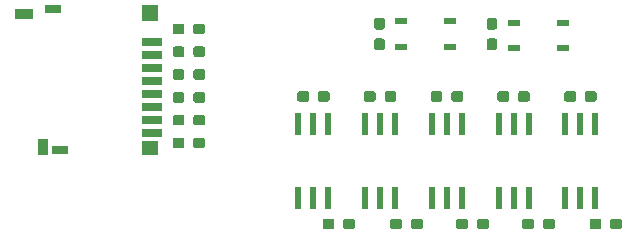
<source format=gtp>
G04 #@! TF.GenerationSoftware,KiCad,Pcbnew,5.1.4*
G04 #@! TF.CreationDate,2019-09-05T15:16:48-04:00*
G04 #@! TF.ProjectId,ec-rpi-vid-prop,65632d72-7069-42d7-9669-642d70726f70,AA*
G04 #@! TF.SameCoordinates,Original*
G04 #@! TF.FileFunction,Paste,Top*
G04 #@! TF.FilePolarity,Positive*
%FSLAX46Y46*%
G04 Gerber Fmt 4.6, Leading zero omitted, Abs format (unit mm)*
G04 Created by KiCad (PCBNEW 5.1.4) date 2019-09-05 15:16:48*
%MOMM*%
%LPD*%
G04 APERTURE LIST*
%ADD10C,0.025400*%
%ADD11C,0.899200*%
%ADD12R,0.999200X0.599200*%
%ADD13R,1.499200X0.949200*%
%ADD14R,1.449200X1.449200*%
%ADD15R,1.699200X0.649200*%
%ADD16R,1.349200X0.749200*%
%ADD17R,0.949200X1.399200*%
%ADD18R,1.449200X0.749200*%
%ADD19R,1.449200X1.249200*%
%ADD20R,0.589200X1.949200*%
G04 APERTURE END LIST*
D10*
G36*
X134308814Y-119468002D02*
G01*
X134330636Y-119471239D01*
X134352036Y-119476600D01*
X134372807Y-119484032D01*
X134392750Y-119493464D01*
X134411672Y-119504806D01*
X134429392Y-119517947D01*
X134445738Y-119532762D01*
X134460553Y-119549108D01*
X134473694Y-119566828D01*
X134485036Y-119585750D01*
X134494468Y-119605693D01*
X134501900Y-119626464D01*
X134507261Y-119647864D01*
X134510498Y-119669686D01*
X134511580Y-119691720D01*
X134511580Y-120141320D01*
X134510498Y-120163354D01*
X134507261Y-120185176D01*
X134501900Y-120206576D01*
X134494468Y-120227347D01*
X134485036Y-120247290D01*
X134473694Y-120266212D01*
X134460553Y-120283932D01*
X134445738Y-120300278D01*
X134429392Y-120315093D01*
X134411672Y-120328234D01*
X134392750Y-120339576D01*
X134372807Y-120349008D01*
X134352036Y-120356440D01*
X134330636Y-120361801D01*
X134308814Y-120365038D01*
X134286780Y-120366120D01*
X133737180Y-120366120D01*
X133715146Y-120365038D01*
X133693324Y-120361801D01*
X133671924Y-120356440D01*
X133651153Y-120349008D01*
X133631210Y-120339576D01*
X133612288Y-120328234D01*
X133594568Y-120315093D01*
X133578222Y-120300278D01*
X133563407Y-120283932D01*
X133550266Y-120266212D01*
X133538924Y-120247290D01*
X133529492Y-120227347D01*
X133522060Y-120206576D01*
X133516699Y-120185176D01*
X133513462Y-120163354D01*
X133512380Y-120141320D01*
X133512380Y-119691720D01*
X133513462Y-119669686D01*
X133516699Y-119647864D01*
X133522060Y-119626464D01*
X133529492Y-119605693D01*
X133538924Y-119585750D01*
X133550266Y-119566828D01*
X133563407Y-119549108D01*
X133578222Y-119532762D01*
X133594568Y-119517947D01*
X133612288Y-119504806D01*
X133631210Y-119493464D01*
X133651153Y-119484032D01*
X133671924Y-119476600D01*
X133693324Y-119471239D01*
X133715146Y-119468002D01*
X133737180Y-119466920D01*
X134286780Y-119466920D01*
X134308814Y-119468002D01*
X134308814Y-119468002D01*
G37*
D11*
X134011980Y-119916520D03*
D10*
G36*
X132558814Y-119468002D02*
G01*
X132580636Y-119471239D01*
X132602036Y-119476600D01*
X132622807Y-119484032D01*
X132642750Y-119493464D01*
X132661672Y-119504806D01*
X132679392Y-119517947D01*
X132695738Y-119532762D01*
X132710553Y-119549108D01*
X132723694Y-119566828D01*
X132735036Y-119585750D01*
X132744468Y-119605693D01*
X132751900Y-119626464D01*
X132757261Y-119647864D01*
X132760498Y-119669686D01*
X132761580Y-119691720D01*
X132761580Y-120141320D01*
X132760498Y-120163354D01*
X132757261Y-120185176D01*
X132751900Y-120206576D01*
X132744468Y-120227347D01*
X132735036Y-120247290D01*
X132723694Y-120266212D01*
X132710553Y-120283932D01*
X132695738Y-120300278D01*
X132679392Y-120315093D01*
X132661672Y-120328234D01*
X132642750Y-120339576D01*
X132622807Y-120349008D01*
X132602036Y-120356440D01*
X132580636Y-120361801D01*
X132558814Y-120365038D01*
X132536780Y-120366120D01*
X131987180Y-120366120D01*
X131965146Y-120365038D01*
X131943324Y-120361801D01*
X131921924Y-120356440D01*
X131901153Y-120349008D01*
X131881210Y-120339576D01*
X131862288Y-120328234D01*
X131844568Y-120315093D01*
X131828222Y-120300278D01*
X131813407Y-120283932D01*
X131800266Y-120266212D01*
X131788924Y-120247290D01*
X131779492Y-120227347D01*
X131772060Y-120206576D01*
X131766699Y-120185176D01*
X131763462Y-120163354D01*
X131762380Y-120141320D01*
X131762380Y-119691720D01*
X131763462Y-119669686D01*
X131766699Y-119647864D01*
X131772060Y-119626464D01*
X131779492Y-119605693D01*
X131788924Y-119585750D01*
X131800266Y-119566828D01*
X131813407Y-119549108D01*
X131828222Y-119532762D01*
X131844568Y-119517947D01*
X131862288Y-119504806D01*
X131881210Y-119493464D01*
X131901153Y-119484032D01*
X131921924Y-119476600D01*
X131943324Y-119471239D01*
X131965146Y-119468002D01*
X131987180Y-119466920D01*
X132536780Y-119466920D01*
X132558814Y-119468002D01*
X132558814Y-119468002D01*
G37*
D11*
X132261980Y-119916520D03*
D10*
G36*
X145484814Y-119468002D02*
G01*
X145506636Y-119471239D01*
X145528036Y-119476600D01*
X145548807Y-119484032D01*
X145568750Y-119493464D01*
X145587672Y-119504806D01*
X145605392Y-119517947D01*
X145621738Y-119532762D01*
X145636553Y-119549108D01*
X145649694Y-119566828D01*
X145661036Y-119585750D01*
X145670468Y-119605693D01*
X145677900Y-119626464D01*
X145683261Y-119647864D01*
X145686498Y-119669686D01*
X145687580Y-119691720D01*
X145687580Y-120141320D01*
X145686498Y-120163354D01*
X145683261Y-120185176D01*
X145677900Y-120206576D01*
X145670468Y-120227347D01*
X145661036Y-120247290D01*
X145649694Y-120266212D01*
X145636553Y-120283932D01*
X145621738Y-120300278D01*
X145605392Y-120315093D01*
X145587672Y-120328234D01*
X145568750Y-120339576D01*
X145548807Y-120349008D01*
X145528036Y-120356440D01*
X145506636Y-120361801D01*
X145484814Y-120365038D01*
X145462780Y-120366120D01*
X144913180Y-120366120D01*
X144891146Y-120365038D01*
X144869324Y-120361801D01*
X144847924Y-120356440D01*
X144827153Y-120349008D01*
X144807210Y-120339576D01*
X144788288Y-120328234D01*
X144770568Y-120315093D01*
X144754222Y-120300278D01*
X144739407Y-120283932D01*
X144726266Y-120266212D01*
X144714924Y-120247290D01*
X144705492Y-120227347D01*
X144698060Y-120206576D01*
X144692699Y-120185176D01*
X144689462Y-120163354D01*
X144688380Y-120141320D01*
X144688380Y-119691720D01*
X144689462Y-119669686D01*
X144692699Y-119647864D01*
X144698060Y-119626464D01*
X144705492Y-119605693D01*
X144714924Y-119585750D01*
X144726266Y-119566828D01*
X144739407Y-119549108D01*
X144754222Y-119532762D01*
X144770568Y-119517947D01*
X144788288Y-119504806D01*
X144807210Y-119493464D01*
X144827153Y-119484032D01*
X144847924Y-119476600D01*
X144869324Y-119471239D01*
X144891146Y-119468002D01*
X144913180Y-119466920D01*
X145462780Y-119466920D01*
X145484814Y-119468002D01*
X145484814Y-119468002D01*
G37*
D11*
X145187980Y-119916520D03*
D10*
G36*
X143734814Y-119468002D02*
G01*
X143756636Y-119471239D01*
X143778036Y-119476600D01*
X143798807Y-119484032D01*
X143818750Y-119493464D01*
X143837672Y-119504806D01*
X143855392Y-119517947D01*
X143871738Y-119532762D01*
X143886553Y-119549108D01*
X143899694Y-119566828D01*
X143911036Y-119585750D01*
X143920468Y-119605693D01*
X143927900Y-119626464D01*
X143933261Y-119647864D01*
X143936498Y-119669686D01*
X143937580Y-119691720D01*
X143937580Y-120141320D01*
X143936498Y-120163354D01*
X143933261Y-120185176D01*
X143927900Y-120206576D01*
X143920468Y-120227347D01*
X143911036Y-120247290D01*
X143899694Y-120266212D01*
X143886553Y-120283932D01*
X143871738Y-120300278D01*
X143855392Y-120315093D01*
X143837672Y-120328234D01*
X143818750Y-120339576D01*
X143798807Y-120349008D01*
X143778036Y-120356440D01*
X143756636Y-120361801D01*
X143734814Y-120365038D01*
X143712780Y-120366120D01*
X143163180Y-120366120D01*
X143141146Y-120365038D01*
X143119324Y-120361801D01*
X143097924Y-120356440D01*
X143077153Y-120349008D01*
X143057210Y-120339576D01*
X143038288Y-120328234D01*
X143020568Y-120315093D01*
X143004222Y-120300278D01*
X142989407Y-120283932D01*
X142976266Y-120266212D01*
X142964924Y-120247290D01*
X142955492Y-120227347D01*
X142948060Y-120206576D01*
X142942699Y-120185176D01*
X142939462Y-120163354D01*
X142938380Y-120141320D01*
X142938380Y-119691720D01*
X142939462Y-119669686D01*
X142942699Y-119647864D01*
X142948060Y-119626464D01*
X142955492Y-119605693D01*
X142964924Y-119585750D01*
X142976266Y-119566828D01*
X142989407Y-119549108D01*
X143004222Y-119532762D01*
X143020568Y-119517947D01*
X143038288Y-119504806D01*
X143057210Y-119493464D01*
X143077153Y-119484032D01*
X143097924Y-119476600D01*
X143119324Y-119471239D01*
X143141146Y-119468002D01*
X143163180Y-119466920D01*
X143712780Y-119466920D01*
X143734814Y-119468002D01*
X143734814Y-119468002D01*
G37*
D11*
X143437980Y-119916520D03*
D10*
G36*
X114143814Y-108749202D02*
G01*
X114165636Y-108752439D01*
X114187036Y-108757800D01*
X114207807Y-108765232D01*
X114227750Y-108774664D01*
X114246672Y-108786006D01*
X114264392Y-108799147D01*
X114280738Y-108813962D01*
X114295553Y-108830308D01*
X114308694Y-108848028D01*
X114320036Y-108866950D01*
X114329468Y-108886893D01*
X114336900Y-108907664D01*
X114342261Y-108929064D01*
X114345498Y-108950886D01*
X114346580Y-108972920D01*
X114346580Y-109422520D01*
X114345498Y-109444554D01*
X114342261Y-109466376D01*
X114336900Y-109487776D01*
X114329468Y-109508547D01*
X114320036Y-109528490D01*
X114308694Y-109547412D01*
X114295553Y-109565132D01*
X114280738Y-109581478D01*
X114264392Y-109596293D01*
X114246672Y-109609434D01*
X114227750Y-109620776D01*
X114207807Y-109630208D01*
X114187036Y-109637640D01*
X114165636Y-109643001D01*
X114143814Y-109646238D01*
X114121780Y-109647320D01*
X113572180Y-109647320D01*
X113550146Y-109646238D01*
X113528324Y-109643001D01*
X113506924Y-109637640D01*
X113486153Y-109630208D01*
X113466210Y-109620776D01*
X113447288Y-109609434D01*
X113429568Y-109596293D01*
X113413222Y-109581478D01*
X113398407Y-109565132D01*
X113385266Y-109547412D01*
X113373924Y-109528490D01*
X113364492Y-109508547D01*
X113357060Y-109487776D01*
X113351699Y-109466376D01*
X113348462Y-109444554D01*
X113347380Y-109422520D01*
X113347380Y-108972920D01*
X113348462Y-108950886D01*
X113351699Y-108929064D01*
X113357060Y-108907664D01*
X113364492Y-108886893D01*
X113373924Y-108866950D01*
X113385266Y-108848028D01*
X113398407Y-108830308D01*
X113413222Y-108813962D01*
X113429568Y-108799147D01*
X113447288Y-108786006D01*
X113466210Y-108774664D01*
X113486153Y-108765232D01*
X113506924Y-108757800D01*
X113528324Y-108752439D01*
X113550146Y-108749202D01*
X113572180Y-108748120D01*
X114121780Y-108748120D01*
X114143814Y-108749202D01*
X114143814Y-108749202D01*
G37*
D11*
X113846980Y-109197720D03*
D10*
G36*
X115893814Y-108749202D02*
G01*
X115915636Y-108752439D01*
X115937036Y-108757800D01*
X115957807Y-108765232D01*
X115977750Y-108774664D01*
X115996672Y-108786006D01*
X116014392Y-108799147D01*
X116030738Y-108813962D01*
X116045553Y-108830308D01*
X116058694Y-108848028D01*
X116070036Y-108866950D01*
X116079468Y-108886893D01*
X116086900Y-108907664D01*
X116092261Y-108929064D01*
X116095498Y-108950886D01*
X116096580Y-108972920D01*
X116096580Y-109422520D01*
X116095498Y-109444554D01*
X116092261Y-109466376D01*
X116086900Y-109487776D01*
X116079468Y-109508547D01*
X116070036Y-109528490D01*
X116058694Y-109547412D01*
X116045553Y-109565132D01*
X116030738Y-109581478D01*
X116014392Y-109596293D01*
X115996672Y-109609434D01*
X115977750Y-109620776D01*
X115957807Y-109630208D01*
X115937036Y-109637640D01*
X115915636Y-109643001D01*
X115893814Y-109646238D01*
X115871780Y-109647320D01*
X115322180Y-109647320D01*
X115300146Y-109646238D01*
X115278324Y-109643001D01*
X115256924Y-109637640D01*
X115236153Y-109630208D01*
X115216210Y-109620776D01*
X115197288Y-109609434D01*
X115179568Y-109596293D01*
X115163222Y-109581478D01*
X115148407Y-109565132D01*
X115135266Y-109547412D01*
X115123924Y-109528490D01*
X115114492Y-109508547D01*
X115107060Y-109487776D01*
X115101699Y-109466376D01*
X115098462Y-109444554D01*
X115097380Y-109422520D01*
X115097380Y-108972920D01*
X115098462Y-108950886D01*
X115101699Y-108929064D01*
X115107060Y-108907664D01*
X115114492Y-108886893D01*
X115123924Y-108866950D01*
X115135266Y-108848028D01*
X115148407Y-108830308D01*
X115163222Y-108813962D01*
X115179568Y-108799147D01*
X115197288Y-108786006D01*
X115216210Y-108774664D01*
X115236153Y-108765232D01*
X115256924Y-108757800D01*
X115278324Y-108752439D01*
X115300146Y-108749202D01*
X115322180Y-108748120D01*
X115871780Y-108748120D01*
X115893814Y-108749202D01*
X115893814Y-108749202D01*
G37*
D11*
X115596980Y-109197720D03*
D12*
X136862980Y-104913320D03*
X132712980Y-104913320D03*
X136862980Y-102763320D03*
X132712980Y-102763320D03*
X146387980Y-105040320D03*
X142237980Y-105040320D03*
X146387980Y-102890320D03*
X142237980Y-102890320D03*
D10*
G36*
X114143814Y-112610002D02*
G01*
X114165636Y-112613239D01*
X114187036Y-112618600D01*
X114207807Y-112626032D01*
X114227750Y-112635464D01*
X114246672Y-112646806D01*
X114264392Y-112659947D01*
X114280738Y-112674762D01*
X114295553Y-112691108D01*
X114308694Y-112708828D01*
X114320036Y-112727750D01*
X114329468Y-112747693D01*
X114336900Y-112768464D01*
X114342261Y-112789864D01*
X114345498Y-112811686D01*
X114346580Y-112833720D01*
X114346580Y-113283320D01*
X114345498Y-113305354D01*
X114342261Y-113327176D01*
X114336900Y-113348576D01*
X114329468Y-113369347D01*
X114320036Y-113389290D01*
X114308694Y-113408212D01*
X114295553Y-113425932D01*
X114280738Y-113442278D01*
X114264392Y-113457093D01*
X114246672Y-113470234D01*
X114227750Y-113481576D01*
X114207807Y-113491008D01*
X114187036Y-113498440D01*
X114165636Y-113503801D01*
X114143814Y-113507038D01*
X114121780Y-113508120D01*
X113572180Y-113508120D01*
X113550146Y-113507038D01*
X113528324Y-113503801D01*
X113506924Y-113498440D01*
X113486153Y-113491008D01*
X113466210Y-113481576D01*
X113447288Y-113470234D01*
X113429568Y-113457093D01*
X113413222Y-113442278D01*
X113398407Y-113425932D01*
X113385266Y-113408212D01*
X113373924Y-113389290D01*
X113364492Y-113369347D01*
X113357060Y-113348576D01*
X113351699Y-113327176D01*
X113348462Y-113305354D01*
X113347380Y-113283320D01*
X113347380Y-112833720D01*
X113348462Y-112811686D01*
X113351699Y-112789864D01*
X113357060Y-112768464D01*
X113364492Y-112747693D01*
X113373924Y-112727750D01*
X113385266Y-112708828D01*
X113398407Y-112691108D01*
X113413222Y-112674762D01*
X113429568Y-112659947D01*
X113447288Y-112646806D01*
X113466210Y-112635464D01*
X113486153Y-112626032D01*
X113506924Y-112618600D01*
X113528324Y-112613239D01*
X113550146Y-112610002D01*
X113572180Y-112608920D01*
X114121780Y-112608920D01*
X114143814Y-112610002D01*
X114143814Y-112610002D01*
G37*
D11*
X113846980Y-113058520D03*
D10*
G36*
X115893814Y-112610002D02*
G01*
X115915636Y-112613239D01*
X115937036Y-112618600D01*
X115957807Y-112626032D01*
X115977750Y-112635464D01*
X115996672Y-112646806D01*
X116014392Y-112659947D01*
X116030738Y-112674762D01*
X116045553Y-112691108D01*
X116058694Y-112708828D01*
X116070036Y-112727750D01*
X116079468Y-112747693D01*
X116086900Y-112768464D01*
X116092261Y-112789864D01*
X116095498Y-112811686D01*
X116096580Y-112833720D01*
X116096580Y-113283320D01*
X116095498Y-113305354D01*
X116092261Y-113327176D01*
X116086900Y-113348576D01*
X116079468Y-113369347D01*
X116070036Y-113389290D01*
X116058694Y-113408212D01*
X116045553Y-113425932D01*
X116030738Y-113442278D01*
X116014392Y-113457093D01*
X115996672Y-113470234D01*
X115977750Y-113481576D01*
X115957807Y-113491008D01*
X115937036Y-113498440D01*
X115915636Y-113503801D01*
X115893814Y-113507038D01*
X115871780Y-113508120D01*
X115322180Y-113508120D01*
X115300146Y-113507038D01*
X115278324Y-113503801D01*
X115256924Y-113498440D01*
X115236153Y-113491008D01*
X115216210Y-113481576D01*
X115197288Y-113470234D01*
X115179568Y-113457093D01*
X115163222Y-113442278D01*
X115148407Y-113425932D01*
X115135266Y-113408212D01*
X115123924Y-113389290D01*
X115114492Y-113369347D01*
X115107060Y-113348576D01*
X115101699Y-113327176D01*
X115098462Y-113305354D01*
X115097380Y-113283320D01*
X115097380Y-112833720D01*
X115098462Y-112811686D01*
X115101699Y-112789864D01*
X115107060Y-112768464D01*
X115114492Y-112747693D01*
X115123924Y-112727750D01*
X115135266Y-112708828D01*
X115148407Y-112691108D01*
X115163222Y-112674762D01*
X115179568Y-112659947D01*
X115197288Y-112646806D01*
X115216210Y-112635464D01*
X115236153Y-112626032D01*
X115256924Y-112618600D01*
X115278324Y-112613239D01*
X115300146Y-112610002D01*
X115322180Y-112608920D01*
X115871780Y-112608920D01*
X115893814Y-112610002D01*
X115893814Y-112610002D01*
G37*
D11*
X115596980Y-113058520D03*
D10*
G36*
X114143814Y-110679602D02*
G01*
X114165636Y-110682839D01*
X114187036Y-110688200D01*
X114207807Y-110695632D01*
X114227750Y-110705064D01*
X114246672Y-110716406D01*
X114264392Y-110729547D01*
X114280738Y-110744362D01*
X114295553Y-110760708D01*
X114308694Y-110778428D01*
X114320036Y-110797350D01*
X114329468Y-110817293D01*
X114336900Y-110838064D01*
X114342261Y-110859464D01*
X114345498Y-110881286D01*
X114346580Y-110903320D01*
X114346580Y-111352920D01*
X114345498Y-111374954D01*
X114342261Y-111396776D01*
X114336900Y-111418176D01*
X114329468Y-111438947D01*
X114320036Y-111458890D01*
X114308694Y-111477812D01*
X114295553Y-111495532D01*
X114280738Y-111511878D01*
X114264392Y-111526693D01*
X114246672Y-111539834D01*
X114227750Y-111551176D01*
X114207807Y-111560608D01*
X114187036Y-111568040D01*
X114165636Y-111573401D01*
X114143814Y-111576638D01*
X114121780Y-111577720D01*
X113572180Y-111577720D01*
X113550146Y-111576638D01*
X113528324Y-111573401D01*
X113506924Y-111568040D01*
X113486153Y-111560608D01*
X113466210Y-111551176D01*
X113447288Y-111539834D01*
X113429568Y-111526693D01*
X113413222Y-111511878D01*
X113398407Y-111495532D01*
X113385266Y-111477812D01*
X113373924Y-111458890D01*
X113364492Y-111438947D01*
X113357060Y-111418176D01*
X113351699Y-111396776D01*
X113348462Y-111374954D01*
X113347380Y-111352920D01*
X113347380Y-110903320D01*
X113348462Y-110881286D01*
X113351699Y-110859464D01*
X113357060Y-110838064D01*
X113364492Y-110817293D01*
X113373924Y-110797350D01*
X113385266Y-110778428D01*
X113398407Y-110760708D01*
X113413222Y-110744362D01*
X113429568Y-110729547D01*
X113447288Y-110716406D01*
X113466210Y-110705064D01*
X113486153Y-110695632D01*
X113506924Y-110688200D01*
X113528324Y-110682839D01*
X113550146Y-110679602D01*
X113572180Y-110678520D01*
X114121780Y-110678520D01*
X114143814Y-110679602D01*
X114143814Y-110679602D01*
G37*
D11*
X113846980Y-111128120D03*
D10*
G36*
X115893814Y-110679602D02*
G01*
X115915636Y-110682839D01*
X115937036Y-110688200D01*
X115957807Y-110695632D01*
X115977750Y-110705064D01*
X115996672Y-110716406D01*
X116014392Y-110729547D01*
X116030738Y-110744362D01*
X116045553Y-110760708D01*
X116058694Y-110778428D01*
X116070036Y-110797350D01*
X116079468Y-110817293D01*
X116086900Y-110838064D01*
X116092261Y-110859464D01*
X116095498Y-110881286D01*
X116096580Y-110903320D01*
X116096580Y-111352920D01*
X116095498Y-111374954D01*
X116092261Y-111396776D01*
X116086900Y-111418176D01*
X116079468Y-111438947D01*
X116070036Y-111458890D01*
X116058694Y-111477812D01*
X116045553Y-111495532D01*
X116030738Y-111511878D01*
X116014392Y-111526693D01*
X115996672Y-111539834D01*
X115977750Y-111551176D01*
X115957807Y-111560608D01*
X115937036Y-111568040D01*
X115915636Y-111573401D01*
X115893814Y-111576638D01*
X115871780Y-111577720D01*
X115322180Y-111577720D01*
X115300146Y-111576638D01*
X115278324Y-111573401D01*
X115256924Y-111568040D01*
X115236153Y-111560608D01*
X115216210Y-111551176D01*
X115197288Y-111539834D01*
X115179568Y-111526693D01*
X115163222Y-111511878D01*
X115148407Y-111495532D01*
X115135266Y-111477812D01*
X115123924Y-111458890D01*
X115114492Y-111438947D01*
X115107060Y-111418176D01*
X115101699Y-111396776D01*
X115098462Y-111374954D01*
X115097380Y-111352920D01*
X115097380Y-110903320D01*
X115098462Y-110881286D01*
X115101699Y-110859464D01*
X115107060Y-110838064D01*
X115114492Y-110817293D01*
X115123924Y-110797350D01*
X115135266Y-110778428D01*
X115148407Y-110760708D01*
X115163222Y-110744362D01*
X115179568Y-110729547D01*
X115197288Y-110716406D01*
X115216210Y-110705064D01*
X115236153Y-110695632D01*
X115256924Y-110688200D01*
X115278324Y-110682839D01*
X115300146Y-110679602D01*
X115322180Y-110678520D01*
X115871780Y-110678520D01*
X115893814Y-110679602D01*
X115893814Y-110679602D01*
G37*
D11*
X115596980Y-111128120D03*
D10*
G36*
X114143814Y-106818802D02*
G01*
X114165636Y-106822039D01*
X114187036Y-106827400D01*
X114207807Y-106834832D01*
X114227750Y-106844264D01*
X114246672Y-106855606D01*
X114264392Y-106868747D01*
X114280738Y-106883562D01*
X114295553Y-106899908D01*
X114308694Y-106917628D01*
X114320036Y-106936550D01*
X114329468Y-106956493D01*
X114336900Y-106977264D01*
X114342261Y-106998664D01*
X114345498Y-107020486D01*
X114346580Y-107042520D01*
X114346580Y-107492120D01*
X114345498Y-107514154D01*
X114342261Y-107535976D01*
X114336900Y-107557376D01*
X114329468Y-107578147D01*
X114320036Y-107598090D01*
X114308694Y-107617012D01*
X114295553Y-107634732D01*
X114280738Y-107651078D01*
X114264392Y-107665893D01*
X114246672Y-107679034D01*
X114227750Y-107690376D01*
X114207807Y-107699808D01*
X114187036Y-107707240D01*
X114165636Y-107712601D01*
X114143814Y-107715838D01*
X114121780Y-107716920D01*
X113572180Y-107716920D01*
X113550146Y-107715838D01*
X113528324Y-107712601D01*
X113506924Y-107707240D01*
X113486153Y-107699808D01*
X113466210Y-107690376D01*
X113447288Y-107679034D01*
X113429568Y-107665893D01*
X113413222Y-107651078D01*
X113398407Y-107634732D01*
X113385266Y-107617012D01*
X113373924Y-107598090D01*
X113364492Y-107578147D01*
X113357060Y-107557376D01*
X113351699Y-107535976D01*
X113348462Y-107514154D01*
X113347380Y-107492120D01*
X113347380Y-107042520D01*
X113348462Y-107020486D01*
X113351699Y-106998664D01*
X113357060Y-106977264D01*
X113364492Y-106956493D01*
X113373924Y-106936550D01*
X113385266Y-106917628D01*
X113398407Y-106899908D01*
X113413222Y-106883562D01*
X113429568Y-106868747D01*
X113447288Y-106855606D01*
X113466210Y-106844264D01*
X113486153Y-106834832D01*
X113506924Y-106827400D01*
X113528324Y-106822039D01*
X113550146Y-106818802D01*
X113572180Y-106817720D01*
X114121780Y-106817720D01*
X114143814Y-106818802D01*
X114143814Y-106818802D01*
G37*
D11*
X113846980Y-107267320D03*
D10*
G36*
X115893814Y-106818802D02*
G01*
X115915636Y-106822039D01*
X115937036Y-106827400D01*
X115957807Y-106834832D01*
X115977750Y-106844264D01*
X115996672Y-106855606D01*
X116014392Y-106868747D01*
X116030738Y-106883562D01*
X116045553Y-106899908D01*
X116058694Y-106917628D01*
X116070036Y-106936550D01*
X116079468Y-106956493D01*
X116086900Y-106977264D01*
X116092261Y-106998664D01*
X116095498Y-107020486D01*
X116096580Y-107042520D01*
X116096580Y-107492120D01*
X116095498Y-107514154D01*
X116092261Y-107535976D01*
X116086900Y-107557376D01*
X116079468Y-107578147D01*
X116070036Y-107598090D01*
X116058694Y-107617012D01*
X116045553Y-107634732D01*
X116030738Y-107651078D01*
X116014392Y-107665893D01*
X115996672Y-107679034D01*
X115977750Y-107690376D01*
X115957807Y-107699808D01*
X115937036Y-107707240D01*
X115915636Y-107712601D01*
X115893814Y-107715838D01*
X115871780Y-107716920D01*
X115322180Y-107716920D01*
X115300146Y-107715838D01*
X115278324Y-107712601D01*
X115256924Y-107707240D01*
X115236153Y-107699808D01*
X115216210Y-107690376D01*
X115197288Y-107679034D01*
X115179568Y-107665893D01*
X115163222Y-107651078D01*
X115148407Y-107634732D01*
X115135266Y-107617012D01*
X115123924Y-107598090D01*
X115114492Y-107578147D01*
X115107060Y-107557376D01*
X115101699Y-107535976D01*
X115098462Y-107514154D01*
X115097380Y-107492120D01*
X115097380Y-107042520D01*
X115098462Y-107020486D01*
X115101699Y-106998664D01*
X115107060Y-106977264D01*
X115114492Y-106956493D01*
X115123924Y-106936550D01*
X115135266Y-106917628D01*
X115148407Y-106899908D01*
X115163222Y-106883562D01*
X115179568Y-106868747D01*
X115197288Y-106855606D01*
X115216210Y-106844264D01*
X115236153Y-106834832D01*
X115256924Y-106827400D01*
X115278324Y-106822039D01*
X115300146Y-106818802D01*
X115322180Y-106817720D01*
X115871780Y-106817720D01*
X115893814Y-106818802D01*
X115893814Y-106818802D01*
G37*
D11*
X115596980Y-107267320D03*
D10*
G36*
X114143814Y-104888402D02*
G01*
X114165636Y-104891639D01*
X114187036Y-104897000D01*
X114207807Y-104904432D01*
X114227750Y-104913864D01*
X114246672Y-104925206D01*
X114264392Y-104938347D01*
X114280738Y-104953162D01*
X114295553Y-104969508D01*
X114308694Y-104987228D01*
X114320036Y-105006150D01*
X114329468Y-105026093D01*
X114336900Y-105046864D01*
X114342261Y-105068264D01*
X114345498Y-105090086D01*
X114346580Y-105112120D01*
X114346580Y-105561720D01*
X114345498Y-105583754D01*
X114342261Y-105605576D01*
X114336900Y-105626976D01*
X114329468Y-105647747D01*
X114320036Y-105667690D01*
X114308694Y-105686612D01*
X114295553Y-105704332D01*
X114280738Y-105720678D01*
X114264392Y-105735493D01*
X114246672Y-105748634D01*
X114227750Y-105759976D01*
X114207807Y-105769408D01*
X114187036Y-105776840D01*
X114165636Y-105782201D01*
X114143814Y-105785438D01*
X114121780Y-105786520D01*
X113572180Y-105786520D01*
X113550146Y-105785438D01*
X113528324Y-105782201D01*
X113506924Y-105776840D01*
X113486153Y-105769408D01*
X113466210Y-105759976D01*
X113447288Y-105748634D01*
X113429568Y-105735493D01*
X113413222Y-105720678D01*
X113398407Y-105704332D01*
X113385266Y-105686612D01*
X113373924Y-105667690D01*
X113364492Y-105647747D01*
X113357060Y-105626976D01*
X113351699Y-105605576D01*
X113348462Y-105583754D01*
X113347380Y-105561720D01*
X113347380Y-105112120D01*
X113348462Y-105090086D01*
X113351699Y-105068264D01*
X113357060Y-105046864D01*
X113364492Y-105026093D01*
X113373924Y-105006150D01*
X113385266Y-104987228D01*
X113398407Y-104969508D01*
X113413222Y-104953162D01*
X113429568Y-104938347D01*
X113447288Y-104925206D01*
X113466210Y-104913864D01*
X113486153Y-104904432D01*
X113506924Y-104897000D01*
X113528324Y-104891639D01*
X113550146Y-104888402D01*
X113572180Y-104887320D01*
X114121780Y-104887320D01*
X114143814Y-104888402D01*
X114143814Y-104888402D01*
G37*
D11*
X113846980Y-105336920D03*
D10*
G36*
X115893814Y-104888402D02*
G01*
X115915636Y-104891639D01*
X115937036Y-104897000D01*
X115957807Y-104904432D01*
X115977750Y-104913864D01*
X115996672Y-104925206D01*
X116014392Y-104938347D01*
X116030738Y-104953162D01*
X116045553Y-104969508D01*
X116058694Y-104987228D01*
X116070036Y-105006150D01*
X116079468Y-105026093D01*
X116086900Y-105046864D01*
X116092261Y-105068264D01*
X116095498Y-105090086D01*
X116096580Y-105112120D01*
X116096580Y-105561720D01*
X116095498Y-105583754D01*
X116092261Y-105605576D01*
X116086900Y-105626976D01*
X116079468Y-105647747D01*
X116070036Y-105667690D01*
X116058694Y-105686612D01*
X116045553Y-105704332D01*
X116030738Y-105720678D01*
X116014392Y-105735493D01*
X115996672Y-105748634D01*
X115977750Y-105759976D01*
X115957807Y-105769408D01*
X115937036Y-105776840D01*
X115915636Y-105782201D01*
X115893814Y-105785438D01*
X115871780Y-105786520D01*
X115322180Y-105786520D01*
X115300146Y-105785438D01*
X115278324Y-105782201D01*
X115256924Y-105776840D01*
X115236153Y-105769408D01*
X115216210Y-105759976D01*
X115197288Y-105748634D01*
X115179568Y-105735493D01*
X115163222Y-105720678D01*
X115148407Y-105704332D01*
X115135266Y-105686612D01*
X115123924Y-105667690D01*
X115114492Y-105647747D01*
X115107060Y-105626976D01*
X115101699Y-105605576D01*
X115098462Y-105583754D01*
X115097380Y-105561720D01*
X115097380Y-105112120D01*
X115098462Y-105090086D01*
X115101699Y-105068264D01*
X115107060Y-105046864D01*
X115114492Y-105026093D01*
X115123924Y-105006150D01*
X115135266Y-104987228D01*
X115148407Y-104969508D01*
X115163222Y-104953162D01*
X115179568Y-104938347D01*
X115197288Y-104925206D01*
X115216210Y-104913864D01*
X115236153Y-104904432D01*
X115256924Y-104897000D01*
X115278324Y-104891639D01*
X115300146Y-104888402D01*
X115322180Y-104887320D01*
X115871780Y-104887320D01*
X115893814Y-104888402D01*
X115893814Y-104888402D01*
G37*
D11*
X115596980Y-105336920D03*
D10*
G36*
X114143814Y-102958002D02*
G01*
X114165636Y-102961239D01*
X114187036Y-102966600D01*
X114207807Y-102974032D01*
X114227750Y-102983464D01*
X114246672Y-102994806D01*
X114264392Y-103007947D01*
X114280738Y-103022762D01*
X114295553Y-103039108D01*
X114308694Y-103056828D01*
X114320036Y-103075750D01*
X114329468Y-103095693D01*
X114336900Y-103116464D01*
X114342261Y-103137864D01*
X114345498Y-103159686D01*
X114346580Y-103181720D01*
X114346580Y-103631320D01*
X114345498Y-103653354D01*
X114342261Y-103675176D01*
X114336900Y-103696576D01*
X114329468Y-103717347D01*
X114320036Y-103737290D01*
X114308694Y-103756212D01*
X114295553Y-103773932D01*
X114280738Y-103790278D01*
X114264392Y-103805093D01*
X114246672Y-103818234D01*
X114227750Y-103829576D01*
X114207807Y-103839008D01*
X114187036Y-103846440D01*
X114165636Y-103851801D01*
X114143814Y-103855038D01*
X114121780Y-103856120D01*
X113572180Y-103856120D01*
X113550146Y-103855038D01*
X113528324Y-103851801D01*
X113506924Y-103846440D01*
X113486153Y-103839008D01*
X113466210Y-103829576D01*
X113447288Y-103818234D01*
X113429568Y-103805093D01*
X113413222Y-103790278D01*
X113398407Y-103773932D01*
X113385266Y-103756212D01*
X113373924Y-103737290D01*
X113364492Y-103717347D01*
X113357060Y-103696576D01*
X113351699Y-103675176D01*
X113348462Y-103653354D01*
X113347380Y-103631320D01*
X113347380Y-103181720D01*
X113348462Y-103159686D01*
X113351699Y-103137864D01*
X113357060Y-103116464D01*
X113364492Y-103095693D01*
X113373924Y-103075750D01*
X113385266Y-103056828D01*
X113398407Y-103039108D01*
X113413222Y-103022762D01*
X113429568Y-103007947D01*
X113447288Y-102994806D01*
X113466210Y-102983464D01*
X113486153Y-102974032D01*
X113506924Y-102966600D01*
X113528324Y-102961239D01*
X113550146Y-102958002D01*
X113572180Y-102956920D01*
X114121780Y-102956920D01*
X114143814Y-102958002D01*
X114143814Y-102958002D01*
G37*
D11*
X113846980Y-103406520D03*
D10*
G36*
X115893814Y-102958002D02*
G01*
X115915636Y-102961239D01*
X115937036Y-102966600D01*
X115957807Y-102974032D01*
X115977750Y-102983464D01*
X115996672Y-102994806D01*
X116014392Y-103007947D01*
X116030738Y-103022762D01*
X116045553Y-103039108D01*
X116058694Y-103056828D01*
X116070036Y-103075750D01*
X116079468Y-103095693D01*
X116086900Y-103116464D01*
X116092261Y-103137864D01*
X116095498Y-103159686D01*
X116096580Y-103181720D01*
X116096580Y-103631320D01*
X116095498Y-103653354D01*
X116092261Y-103675176D01*
X116086900Y-103696576D01*
X116079468Y-103717347D01*
X116070036Y-103737290D01*
X116058694Y-103756212D01*
X116045553Y-103773932D01*
X116030738Y-103790278D01*
X116014392Y-103805093D01*
X115996672Y-103818234D01*
X115977750Y-103829576D01*
X115957807Y-103839008D01*
X115937036Y-103846440D01*
X115915636Y-103851801D01*
X115893814Y-103855038D01*
X115871780Y-103856120D01*
X115322180Y-103856120D01*
X115300146Y-103855038D01*
X115278324Y-103851801D01*
X115256924Y-103846440D01*
X115236153Y-103839008D01*
X115216210Y-103829576D01*
X115197288Y-103818234D01*
X115179568Y-103805093D01*
X115163222Y-103790278D01*
X115148407Y-103773932D01*
X115135266Y-103756212D01*
X115123924Y-103737290D01*
X115114492Y-103717347D01*
X115107060Y-103696576D01*
X115101699Y-103675176D01*
X115098462Y-103653354D01*
X115097380Y-103631320D01*
X115097380Y-103181720D01*
X115098462Y-103159686D01*
X115101699Y-103137864D01*
X115107060Y-103116464D01*
X115114492Y-103095693D01*
X115123924Y-103075750D01*
X115135266Y-103056828D01*
X115148407Y-103039108D01*
X115163222Y-103022762D01*
X115179568Y-103007947D01*
X115197288Y-102994806D01*
X115216210Y-102983464D01*
X115236153Y-102974032D01*
X115256924Y-102966600D01*
X115278324Y-102961239D01*
X115300146Y-102958002D01*
X115322180Y-102956920D01*
X115871780Y-102956920D01*
X115893814Y-102958002D01*
X115893814Y-102958002D01*
G37*
D11*
X115596980Y-103406520D03*
D13*
X100762980Y-102149520D03*
D14*
X111437980Y-102099520D03*
D15*
X111562980Y-104549520D03*
X111562980Y-105649520D03*
X111562980Y-106749520D03*
X111562980Y-107849520D03*
X111562980Y-108949520D03*
X111562980Y-110049520D03*
X111562980Y-111149520D03*
D16*
X103187980Y-101749520D03*
D17*
X102337980Y-113374520D03*
D18*
X103837980Y-113699520D03*
D19*
X111437980Y-113449520D03*
D15*
X111562980Y-112249520D03*
D20*
X140947480Y-111432520D03*
X142217480Y-111432520D03*
X143487480Y-111432520D03*
X143487480Y-117732520D03*
X142217480Y-117732520D03*
X140947480Y-117732520D03*
D10*
G36*
X137737814Y-108673002D02*
G01*
X137759636Y-108676239D01*
X137781036Y-108681600D01*
X137801807Y-108689032D01*
X137821750Y-108698464D01*
X137840672Y-108709806D01*
X137858392Y-108722947D01*
X137874738Y-108737762D01*
X137889553Y-108754108D01*
X137902694Y-108771828D01*
X137914036Y-108790750D01*
X137923468Y-108810693D01*
X137930900Y-108831464D01*
X137936261Y-108852864D01*
X137939498Y-108874686D01*
X137940580Y-108896720D01*
X137940580Y-109346320D01*
X137939498Y-109368354D01*
X137936261Y-109390176D01*
X137930900Y-109411576D01*
X137923468Y-109432347D01*
X137914036Y-109452290D01*
X137902694Y-109471212D01*
X137889553Y-109488932D01*
X137874738Y-109505278D01*
X137858392Y-109520093D01*
X137840672Y-109533234D01*
X137821750Y-109544576D01*
X137801807Y-109554008D01*
X137781036Y-109561440D01*
X137759636Y-109566801D01*
X137737814Y-109570038D01*
X137715780Y-109571120D01*
X137166180Y-109571120D01*
X137144146Y-109570038D01*
X137122324Y-109566801D01*
X137100924Y-109561440D01*
X137080153Y-109554008D01*
X137060210Y-109544576D01*
X137041288Y-109533234D01*
X137023568Y-109520093D01*
X137007222Y-109505278D01*
X136992407Y-109488932D01*
X136979266Y-109471212D01*
X136967924Y-109452290D01*
X136958492Y-109432347D01*
X136951060Y-109411576D01*
X136945699Y-109390176D01*
X136942462Y-109368354D01*
X136941380Y-109346320D01*
X136941380Y-108896720D01*
X136942462Y-108874686D01*
X136945699Y-108852864D01*
X136951060Y-108831464D01*
X136958492Y-108810693D01*
X136967924Y-108790750D01*
X136979266Y-108771828D01*
X136992407Y-108754108D01*
X137007222Y-108737762D01*
X137023568Y-108722947D01*
X137041288Y-108709806D01*
X137060210Y-108698464D01*
X137080153Y-108689032D01*
X137100924Y-108681600D01*
X137122324Y-108676239D01*
X137144146Y-108673002D01*
X137166180Y-108671920D01*
X137715780Y-108671920D01*
X137737814Y-108673002D01*
X137737814Y-108673002D01*
G37*
D11*
X137440980Y-109121520D03*
D10*
G36*
X135987814Y-108673002D02*
G01*
X136009636Y-108676239D01*
X136031036Y-108681600D01*
X136051807Y-108689032D01*
X136071750Y-108698464D01*
X136090672Y-108709806D01*
X136108392Y-108722947D01*
X136124738Y-108737762D01*
X136139553Y-108754108D01*
X136152694Y-108771828D01*
X136164036Y-108790750D01*
X136173468Y-108810693D01*
X136180900Y-108831464D01*
X136186261Y-108852864D01*
X136189498Y-108874686D01*
X136190580Y-108896720D01*
X136190580Y-109346320D01*
X136189498Y-109368354D01*
X136186261Y-109390176D01*
X136180900Y-109411576D01*
X136173468Y-109432347D01*
X136164036Y-109452290D01*
X136152694Y-109471212D01*
X136139553Y-109488932D01*
X136124738Y-109505278D01*
X136108392Y-109520093D01*
X136090672Y-109533234D01*
X136071750Y-109544576D01*
X136051807Y-109554008D01*
X136031036Y-109561440D01*
X136009636Y-109566801D01*
X135987814Y-109570038D01*
X135965780Y-109571120D01*
X135416180Y-109571120D01*
X135394146Y-109570038D01*
X135372324Y-109566801D01*
X135350924Y-109561440D01*
X135330153Y-109554008D01*
X135310210Y-109544576D01*
X135291288Y-109533234D01*
X135273568Y-109520093D01*
X135257222Y-109505278D01*
X135242407Y-109488932D01*
X135229266Y-109471212D01*
X135217924Y-109452290D01*
X135208492Y-109432347D01*
X135201060Y-109411576D01*
X135195699Y-109390176D01*
X135192462Y-109368354D01*
X135191380Y-109346320D01*
X135191380Y-108896720D01*
X135192462Y-108874686D01*
X135195699Y-108852864D01*
X135201060Y-108831464D01*
X135208492Y-108810693D01*
X135217924Y-108790750D01*
X135229266Y-108771828D01*
X135242407Y-108754108D01*
X135257222Y-108737762D01*
X135273568Y-108722947D01*
X135291288Y-108709806D01*
X135310210Y-108698464D01*
X135330153Y-108689032D01*
X135350924Y-108681600D01*
X135372324Y-108676239D01*
X135394146Y-108673002D01*
X135416180Y-108671920D01*
X135965780Y-108671920D01*
X135987814Y-108673002D01*
X135987814Y-108673002D01*
G37*
D11*
X135690980Y-109121520D03*
D10*
G36*
X141639314Y-108673002D02*
G01*
X141661136Y-108676239D01*
X141682536Y-108681600D01*
X141703307Y-108689032D01*
X141723250Y-108698464D01*
X141742172Y-108709806D01*
X141759892Y-108722947D01*
X141776238Y-108737762D01*
X141791053Y-108754108D01*
X141804194Y-108771828D01*
X141815536Y-108790750D01*
X141824968Y-108810693D01*
X141832400Y-108831464D01*
X141837761Y-108852864D01*
X141840998Y-108874686D01*
X141842080Y-108896720D01*
X141842080Y-109346320D01*
X141840998Y-109368354D01*
X141837761Y-109390176D01*
X141832400Y-109411576D01*
X141824968Y-109432347D01*
X141815536Y-109452290D01*
X141804194Y-109471212D01*
X141791053Y-109488932D01*
X141776238Y-109505278D01*
X141759892Y-109520093D01*
X141742172Y-109533234D01*
X141723250Y-109544576D01*
X141703307Y-109554008D01*
X141682536Y-109561440D01*
X141661136Y-109566801D01*
X141639314Y-109570038D01*
X141617280Y-109571120D01*
X141067680Y-109571120D01*
X141045646Y-109570038D01*
X141023824Y-109566801D01*
X141002424Y-109561440D01*
X140981653Y-109554008D01*
X140961710Y-109544576D01*
X140942788Y-109533234D01*
X140925068Y-109520093D01*
X140908722Y-109505278D01*
X140893907Y-109488932D01*
X140880766Y-109471212D01*
X140869424Y-109452290D01*
X140859992Y-109432347D01*
X140852560Y-109411576D01*
X140847199Y-109390176D01*
X140843962Y-109368354D01*
X140842880Y-109346320D01*
X140842880Y-108896720D01*
X140843962Y-108874686D01*
X140847199Y-108852864D01*
X140852560Y-108831464D01*
X140859992Y-108810693D01*
X140869424Y-108790750D01*
X140880766Y-108771828D01*
X140893907Y-108754108D01*
X140908722Y-108737762D01*
X140925068Y-108722947D01*
X140942788Y-108709806D01*
X140961710Y-108698464D01*
X140981653Y-108689032D01*
X141002424Y-108681600D01*
X141023824Y-108676239D01*
X141045646Y-108673002D01*
X141067680Y-108671920D01*
X141617280Y-108671920D01*
X141639314Y-108673002D01*
X141639314Y-108673002D01*
G37*
D11*
X141342480Y-109121520D03*
D10*
G36*
X143389314Y-108673002D02*
G01*
X143411136Y-108676239D01*
X143432536Y-108681600D01*
X143453307Y-108689032D01*
X143473250Y-108698464D01*
X143492172Y-108709806D01*
X143509892Y-108722947D01*
X143526238Y-108737762D01*
X143541053Y-108754108D01*
X143554194Y-108771828D01*
X143565536Y-108790750D01*
X143574968Y-108810693D01*
X143582400Y-108831464D01*
X143587761Y-108852864D01*
X143590998Y-108874686D01*
X143592080Y-108896720D01*
X143592080Y-109346320D01*
X143590998Y-109368354D01*
X143587761Y-109390176D01*
X143582400Y-109411576D01*
X143574968Y-109432347D01*
X143565536Y-109452290D01*
X143554194Y-109471212D01*
X143541053Y-109488932D01*
X143526238Y-109505278D01*
X143509892Y-109520093D01*
X143492172Y-109533234D01*
X143473250Y-109544576D01*
X143453307Y-109554008D01*
X143432536Y-109561440D01*
X143411136Y-109566801D01*
X143389314Y-109570038D01*
X143367280Y-109571120D01*
X142817680Y-109571120D01*
X142795646Y-109570038D01*
X142773824Y-109566801D01*
X142752424Y-109561440D01*
X142731653Y-109554008D01*
X142711710Y-109544576D01*
X142692788Y-109533234D01*
X142675068Y-109520093D01*
X142658722Y-109505278D01*
X142643907Y-109488932D01*
X142630766Y-109471212D01*
X142619424Y-109452290D01*
X142609992Y-109432347D01*
X142602560Y-109411576D01*
X142597199Y-109390176D01*
X142593962Y-109368354D01*
X142592880Y-109346320D01*
X142592880Y-108896720D01*
X142593962Y-108874686D01*
X142597199Y-108852864D01*
X142602560Y-108831464D01*
X142609992Y-108810693D01*
X142619424Y-108790750D01*
X142630766Y-108771828D01*
X142643907Y-108754108D01*
X142658722Y-108737762D01*
X142675068Y-108722947D01*
X142692788Y-108709806D01*
X142711710Y-108698464D01*
X142731653Y-108689032D01*
X142752424Y-108681600D01*
X142773824Y-108676239D01*
X142795646Y-108673002D01*
X142817680Y-108671920D01*
X143367280Y-108671920D01*
X143389314Y-108673002D01*
X143389314Y-108673002D01*
G37*
D11*
X143092480Y-109121520D03*
D10*
G36*
X126843814Y-119468002D02*
G01*
X126865636Y-119471239D01*
X126887036Y-119476600D01*
X126907807Y-119484032D01*
X126927750Y-119493464D01*
X126946672Y-119504806D01*
X126964392Y-119517947D01*
X126980738Y-119532762D01*
X126995553Y-119549108D01*
X127008694Y-119566828D01*
X127020036Y-119585750D01*
X127029468Y-119605693D01*
X127036900Y-119626464D01*
X127042261Y-119647864D01*
X127045498Y-119669686D01*
X127046580Y-119691720D01*
X127046580Y-120141320D01*
X127045498Y-120163354D01*
X127042261Y-120185176D01*
X127036900Y-120206576D01*
X127029468Y-120227347D01*
X127020036Y-120247290D01*
X127008694Y-120266212D01*
X126995553Y-120283932D01*
X126980738Y-120300278D01*
X126964392Y-120315093D01*
X126946672Y-120328234D01*
X126927750Y-120339576D01*
X126907807Y-120349008D01*
X126887036Y-120356440D01*
X126865636Y-120361801D01*
X126843814Y-120365038D01*
X126821780Y-120366120D01*
X126272180Y-120366120D01*
X126250146Y-120365038D01*
X126228324Y-120361801D01*
X126206924Y-120356440D01*
X126186153Y-120349008D01*
X126166210Y-120339576D01*
X126147288Y-120328234D01*
X126129568Y-120315093D01*
X126113222Y-120300278D01*
X126098407Y-120283932D01*
X126085266Y-120266212D01*
X126073924Y-120247290D01*
X126064492Y-120227347D01*
X126057060Y-120206576D01*
X126051699Y-120185176D01*
X126048462Y-120163354D01*
X126047380Y-120141320D01*
X126047380Y-119691720D01*
X126048462Y-119669686D01*
X126051699Y-119647864D01*
X126057060Y-119626464D01*
X126064492Y-119605693D01*
X126073924Y-119585750D01*
X126085266Y-119566828D01*
X126098407Y-119549108D01*
X126113222Y-119532762D01*
X126129568Y-119517947D01*
X126147288Y-119504806D01*
X126166210Y-119493464D01*
X126186153Y-119484032D01*
X126206924Y-119476600D01*
X126228324Y-119471239D01*
X126250146Y-119468002D01*
X126272180Y-119466920D01*
X126821780Y-119466920D01*
X126843814Y-119468002D01*
X126843814Y-119468002D01*
G37*
D11*
X126546980Y-119916520D03*
D10*
G36*
X128593814Y-119468002D02*
G01*
X128615636Y-119471239D01*
X128637036Y-119476600D01*
X128657807Y-119484032D01*
X128677750Y-119493464D01*
X128696672Y-119504806D01*
X128714392Y-119517947D01*
X128730738Y-119532762D01*
X128745553Y-119549108D01*
X128758694Y-119566828D01*
X128770036Y-119585750D01*
X128779468Y-119605693D01*
X128786900Y-119626464D01*
X128792261Y-119647864D01*
X128795498Y-119669686D01*
X128796580Y-119691720D01*
X128796580Y-120141320D01*
X128795498Y-120163354D01*
X128792261Y-120185176D01*
X128786900Y-120206576D01*
X128779468Y-120227347D01*
X128770036Y-120247290D01*
X128758694Y-120266212D01*
X128745553Y-120283932D01*
X128730738Y-120300278D01*
X128714392Y-120315093D01*
X128696672Y-120328234D01*
X128677750Y-120339576D01*
X128657807Y-120349008D01*
X128637036Y-120356440D01*
X128615636Y-120361801D01*
X128593814Y-120365038D01*
X128571780Y-120366120D01*
X128022180Y-120366120D01*
X128000146Y-120365038D01*
X127978324Y-120361801D01*
X127956924Y-120356440D01*
X127936153Y-120349008D01*
X127916210Y-120339576D01*
X127897288Y-120328234D01*
X127879568Y-120315093D01*
X127863222Y-120300278D01*
X127848407Y-120283932D01*
X127835266Y-120266212D01*
X127823924Y-120247290D01*
X127814492Y-120227347D01*
X127807060Y-120206576D01*
X127801699Y-120185176D01*
X127798462Y-120163354D01*
X127797380Y-120141320D01*
X127797380Y-119691720D01*
X127798462Y-119669686D01*
X127801699Y-119647864D01*
X127807060Y-119626464D01*
X127814492Y-119605693D01*
X127823924Y-119585750D01*
X127835266Y-119566828D01*
X127848407Y-119549108D01*
X127863222Y-119532762D01*
X127879568Y-119517947D01*
X127897288Y-119504806D01*
X127916210Y-119493464D01*
X127936153Y-119484032D01*
X127956924Y-119476600D01*
X127978324Y-119471239D01*
X128000146Y-119468002D01*
X128022180Y-119466920D01*
X128571780Y-119466920D01*
X128593814Y-119468002D01*
X128593814Y-119468002D01*
G37*
D11*
X128296980Y-119916520D03*
D10*
G36*
X138146814Y-119468002D02*
G01*
X138168636Y-119471239D01*
X138190036Y-119476600D01*
X138210807Y-119484032D01*
X138230750Y-119493464D01*
X138249672Y-119504806D01*
X138267392Y-119517947D01*
X138283738Y-119532762D01*
X138298553Y-119549108D01*
X138311694Y-119566828D01*
X138323036Y-119585750D01*
X138332468Y-119605693D01*
X138339900Y-119626464D01*
X138345261Y-119647864D01*
X138348498Y-119669686D01*
X138349580Y-119691720D01*
X138349580Y-120141320D01*
X138348498Y-120163354D01*
X138345261Y-120185176D01*
X138339900Y-120206576D01*
X138332468Y-120227347D01*
X138323036Y-120247290D01*
X138311694Y-120266212D01*
X138298553Y-120283932D01*
X138283738Y-120300278D01*
X138267392Y-120315093D01*
X138249672Y-120328234D01*
X138230750Y-120339576D01*
X138210807Y-120349008D01*
X138190036Y-120356440D01*
X138168636Y-120361801D01*
X138146814Y-120365038D01*
X138124780Y-120366120D01*
X137575180Y-120366120D01*
X137553146Y-120365038D01*
X137531324Y-120361801D01*
X137509924Y-120356440D01*
X137489153Y-120349008D01*
X137469210Y-120339576D01*
X137450288Y-120328234D01*
X137432568Y-120315093D01*
X137416222Y-120300278D01*
X137401407Y-120283932D01*
X137388266Y-120266212D01*
X137376924Y-120247290D01*
X137367492Y-120227347D01*
X137360060Y-120206576D01*
X137354699Y-120185176D01*
X137351462Y-120163354D01*
X137350380Y-120141320D01*
X137350380Y-119691720D01*
X137351462Y-119669686D01*
X137354699Y-119647864D01*
X137360060Y-119626464D01*
X137367492Y-119605693D01*
X137376924Y-119585750D01*
X137388266Y-119566828D01*
X137401407Y-119549108D01*
X137416222Y-119532762D01*
X137432568Y-119517947D01*
X137450288Y-119504806D01*
X137469210Y-119493464D01*
X137489153Y-119484032D01*
X137509924Y-119476600D01*
X137531324Y-119471239D01*
X137553146Y-119468002D01*
X137575180Y-119466920D01*
X138124780Y-119466920D01*
X138146814Y-119468002D01*
X138146814Y-119468002D01*
G37*
D11*
X137849980Y-119916520D03*
D10*
G36*
X139896814Y-119468002D02*
G01*
X139918636Y-119471239D01*
X139940036Y-119476600D01*
X139960807Y-119484032D01*
X139980750Y-119493464D01*
X139999672Y-119504806D01*
X140017392Y-119517947D01*
X140033738Y-119532762D01*
X140048553Y-119549108D01*
X140061694Y-119566828D01*
X140073036Y-119585750D01*
X140082468Y-119605693D01*
X140089900Y-119626464D01*
X140095261Y-119647864D01*
X140098498Y-119669686D01*
X140099580Y-119691720D01*
X140099580Y-120141320D01*
X140098498Y-120163354D01*
X140095261Y-120185176D01*
X140089900Y-120206576D01*
X140082468Y-120227347D01*
X140073036Y-120247290D01*
X140061694Y-120266212D01*
X140048553Y-120283932D01*
X140033738Y-120300278D01*
X140017392Y-120315093D01*
X139999672Y-120328234D01*
X139980750Y-120339576D01*
X139960807Y-120349008D01*
X139940036Y-120356440D01*
X139918636Y-120361801D01*
X139896814Y-120365038D01*
X139874780Y-120366120D01*
X139325180Y-120366120D01*
X139303146Y-120365038D01*
X139281324Y-120361801D01*
X139259924Y-120356440D01*
X139239153Y-120349008D01*
X139219210Y-120339576D01*
X139200288Y-120328234D01*
X139182568Y-120315093D01*
X139166222Y-120300278D01*
X139151407Y-120283932D01*
X139138266Y-120266212D01*
X139126924Y-120247290D01*
X139117492Y-120227347D01*
X139110060Y-120206576D01*
X139104699Y-120185176D01*
X139101462Y-120163354D01*
X139100380Y-120141320D01*
X139100380Y-119691720D01*
X139101462Y-119669686D01*
X139104699Y-119647864D01*
X139110060Y-119626464D01*
X139117492Y-119605693D01*
X139126924Y-119585750D01*
X139138266Y-119566828D01*
X139151407Y-119549108D01*
X139166222Y-119532762D01*
X139182568Y-119517947D01*
X139200288Y-119504806D01*
X139219210Y-119493464D01*
X139239153Y-119484032D01*
X139259924Y-119476600D01*
X139281324Y-119471239D01*
X139303146Y-119468002D01*
X139325180Y-119466920D01*
X139874780Y-119466920D01*
X139896814Y-119468002D01*
X139896814Y-119468002D01*
G37*
D11*
X139599980Y-119916520D03*
D20*
X123992980Y-111432520D03*
X125262980Y-111432520D03*
X126532980Y-111432520D03*
X126532980Y-117732520D03*
X125262980Y-117732520D03*
X123992980Y-117732520D03*
X129644480Y-111432520D03*
X130914480Y-111432520D03*
X132184480Y-111432520D03*
X132184480Y-117732520D03*
X130914480Y-117732520D03*
X129644480Y-117732520D03*
X135295980Y-117732520D03*
X136565980Y-117732520D03*
X137835980Y-117732520D03*
X137835980Y-111432520D03*
X136565980Y-111432520D03*
X135295980Y-111432520D03*
X146598980Y-117732520D03*
X147868980Y-117732520D03*
X149138980Y-117732520D03*
X149138980Y-111432520D03*
X147868980Y-111432520D03*
X146598980Y-111432520D03*
D10*
G36*
X126434814Y-108673002D02*
G01*
X126456636Y-108676239D01*
X126478036Y-108681600D01*
X126498807Y-108689032D01*
X126518750Y-108698464D01*
X126537672Y-108709806D01*
X126555392Y-108722947D01*
X126571738Y-108737762D01*
X126586553Y-108754108D01*
X126599694Y-108771828D01*
X126611036Y-108790750D01*
X126620468Y-108810693D01*
X126627900Y-108831464D01*
X126633261Y-108852864D01*
X126636498Y-108874686D01*
X126637580Y-108896720D01*
X126637580Y-109346320D01*
X126636498Y-109368354D01*
X126633261Y-109390176D01*
X126627900Y-109411576D01*
X126620468Y-109432347D01*
X126611036Y-109452290D01*
X126599694Y-109471212D01*
X126586553Y-109488932D01*
X126571738Y-109505278D01*
X126555392Y-109520093D01*
X126537672Y-109533234D01*
X126518750Y-109544576D01*
X126498807Y-109554008D01*
X126478036Y-109561440D01*
X126456636Y-109566801D01*
X126434814Y-109570038D01*
X126412780Y-109571120D01*
X125863180Y-109571120D01*
X125841146Y-109570038D01*
X125819324Y-109566801D01*
X125797924Y-109561440D01*
X125777153Y-109554008D01*
X125757210Y-109544576D01*
X125738288Y-109533234D01*
X125720568Y-109520093D01*
X125704222Y-109505278D01*
X125689407Y-109488932D01*
X125676266Y-109471212D01*
X125664924Y-109452290D01*
X125655492Y-109432347D01*
X125648060Y-109411576D01*
X125642699Y-109390176D01*
X125639462Y-109368354D01*
X125638380Y-109346320D01*
X125638380Y-108896720D01*
X125639462Y-108874686D01*
X125642699Y-108852864D01*
X125648060Y-108831464D01*
X125655492Y-108810693D01*
X125664924Y-108790750D01*
X125676266Y-108771828D01*
X125689407Y-108754108D01*
X125704222Y-108737762D01*
X125720568Y-108722947D01*
X125738288Y-108709806D01*
X125757210Y-108698464D01*
X125777153Y-108689032D01*
X125797924Y-108681600D01*
X125819324Y-108676239D01*
X125841146Y-108673002D01*
X125863180Y-108671920D01*
X126412780Y-108671920D01*
X126434814Y-108673002D01*
X126434814Y-108673002D01*
G37*
D11*
X126137980Y-109121520D03*
D10*
G36*
X124684814Y-108673002D02*
G01*
X124706636Y-108676239D01*
X124728036Y-108681600D01*
X124748807Y-108689032D01*
X124768750Y-108698464D01*
X124787672Y-108709806D01*
X124805392Y-108722947D01*
X124821738Y-108737762D01*
X124836553Y-108754108D01*
X124849694Y-108771828D01*
X124861036Y-108790750D01*
X124870468Y-108810693D01*
X124877900Y-108831464D01*
X124883261Y-108852864D01*
X124886498Y-108874686D01*
X124887580Y-108896720D01*
X124887580Y-109346320D01*
X124886498Y-109368354D01*
X124883261Y-109390176D01*
X124877900Y-109411576D01*
X124870468Y-109432347D01*
X124861036Y-109452290D01*
X124849694Y-109471212D01*
X124836553Y-109488932D01*
X124821738Y-109505278D01*
X124805392Y-109520093D01*
X124787672Y-109533234D01*
X124768750Y-109544576D01*
X124748807Y-109554008D01*
X124728036Y-109561440D01*
X124706636Y-109566801D01*
X124684814Y-109570038D01*
X124662780Y-109571120D01*
X124113180Y-109571120D01*
X124091146Y-109570038D01*
X124069324Y-109566801D01*
X124047924Y-109561440D01*
X124027153Y-109554008D01*
X124007210Y-109544576D01*
X123988288Y-109533234D01*
X123970568Y-109520093D01*
X123954222Y-109505278D01*
X123939407Y-109488932D01*
X123926266Y-109471212D01*
X123914924Y-109452290D01*
X123905492Y-109432347D01*
X123898060Y-109411576D01*
X123892699Y-109390176D01*
X123889462Y-109368354D01*
X123888380Y-109346320D01*
X123888380Y-108896720D01*
X123889462Y-108874686D01*
X123892699Y-108852864D01*
X123898060Y-108831464D01*
X123905492Y-108810693D01*
X123914924Y-108790750D01*
X123926266Y-108771828D01*
X123939407Y-108754108D01*
X123954222Y-108737762D01*
X123970568Y-108722947D01*
X123988288Y-108709806D01*
X124007210Y-108698464D01*
X124027153Y-108689032D01*
X124047924Y-108681600D01*
X124069324Y-108676239D01*
X124091146Y-108673002D01*
X124113180Y-108671920D01*
X124662780Y-108671920D01*
X124684814Y-108673002D01*
X124684814Y-108673002D01*
G37*
D11*
X124387980Y-109121520D03*
D10*
G36*
X130336314Y-108673002D02*
G01*
X130358136Y-108676239D01*
X130379536Y-108681600D01*
X130400307Y-108689032D01*
X130420250Y-108698464D01*
X130439172Y-108709806D01*
X130456892Y-108722947D01*
X130473238Y-108737762D01*
X130488053Y-108754108D01*
X130501194Y-108771828D01*
X130512536Y-108790750D01*
X130521968Y-108810693D01*
X130529400Y-108831464D01*
X130534761Y-108852864D01*
X130537998Y-108874686D01*
X130539080Y-108896720D01*
X130539080Y-109346320D01*
X130537998Y-109368354D01*
X130534761Y-109390176D01*
X130529400Y-109411576D01*
X130521968Y-109432347D01*
X130512536Y-109452290D01*
X130501194Y-109471212D01*
X130488053Y-109488932D01*
X130473238Y-109505278D01*
X130456892Y-109520093D01*
X130439172Y-109533234D01*
X130420250Y-109544576D01*
X130400307Y-109554008D01*
X130379536Y-109561440D01*
X130358136Y-109566801D01*
X130336314Y-109570038D01*
X130314280Y-109571120D01*
X129764680Y-109571120D01*
X129742646Y-109570038D01*
X129720824Y-109566801D01*
X129699424Y-109561440D01*
X129678653Y-109554008D01*
X129658710Y-109544576D01*
X129639788Y-109533234D01*
X129622068Y-109520093D01*
X129605722Y-109505278D01*
X129590907Y-109488932D01*
X129577766Y-109471212D01*
X129566424Y-109452290D01*
X129556992Y-109432347D01*
X129549560Y-109411576D01*
X129544199Y-109390176D01*
X129540962Y-109368354D01*
X129539880Y-109346320D01*
X129539880Y-108896720D01*
X129540962Y-108874686D01*
X129544199Y-108852864D01*
X129549560Y-108831464D01*
X129556992Y-108810693D01*
X129566424Y-108790750D01*
X129577766Y-108771828D01*
X129590907Y-108754108D01*
X129605722Y-108737762D01*
X129622068Y-108722947D01*
X129639788Y-108709806D01*
X129658710Y-108698464D01*
X129678653Y-108689032D01*
X129699424Y-108681600D01*
X129720824Y-108676239D01*
X129742646Y-108673002D01*
X129764680Y-108671920D01*
X130314280Y-108671920D01*
X130336314Y-108673002D01*
X130336314Y-108673002D01*
G37*
D11*
X130039480Y-109121520D03*
D10*
G36*
X132086314Y-108673002D02*
G01*
X132108136Y-108676239D01*
X132129536Y-108681600D01*
X132150307Y-108689032D01*
X132170250Y-108698464D01*
X132189172Y-108709806D01*
X132206892Y-108722947D01*
X132223238Y-108737762D01*
X132238053Y-108754108D01*
X132251194Y-108771828D01*
X132262536Y-108790750D01*
X132271968Y-108810693D01*
X132279400Y-108831464D01*
X132284761Y-108852864D01*
X132287998Y-108874686D01*
X132289080Y-108896720D01*
X132289080Y-109346320D01*
X132287998Y-109368354D01*
X132284761Y-109390176D01*
X132279400Y-109411576D01*
X132271968Y-109432347D01*
X132262536Y-109452290D01*
X132251194Y-109471212D01*
X132238053Y-109488932D01*
X132223238Y-109505278D01*
X132206892Y-109520093D01*
X132189172Y-109533234D01*
X132170250Y-109544576D01*
X132150307Y-109554008D01*
X132129536Y-109561440D01*
X132108136Y-109566801D01*
X132086314Y-109570038D01*
X132064280Y-109571120D01*
X131514680Y-109571120D01*
X131492646Y-109570038D01*
X131470824Y-109566801D01*
X131449424Y-109561440D01*
X131428653Y-109554008D01*
X131408710Y-109544576D01*
X131389788Y-109533234D01*
X131372068Y-109520093D01*
X131355722Y-109505278D01*
X131340907Y-109488932D01*
X131327766Y-109471212D01*
X131316424Y-109452290D01*
X131306992Y-109432347D01*
X131299560Y-109411576D01*
X131294199Y-109390176D01*
X131290962Y-109368354D01*
X131289880Y-109346320D01*
X131289880Y-108896720D01*
X131290962Y-108874686D01*
X131294199Y-108852864D01*
X131299560Y-108831464D01*
X131306992Y-108810693D01*
X131316424Y-108790750D01*
X131327766Y-108771828D01*
X131340907Y-108754108D01*
X131355722Y-108737762D01*
X131372068Y-108722947D01*
X131389788Y-108709806D01*
X131408710Y-108698464D01*
X131428653Y-108689032D01*
X131449424Y-108681600D01*
X131470824Y-108676239D01*
X131492646Y-108673002D01*
X131514680Y-108671920D01*
X132064280Y-108671920D01*
X132086314Y-108673002D01*
X132086314Y-108673002D01*
G37*
D11*
X131789480Y-109121520D03*
D10*
G36*
X149449814Y-119468002D02*
G01*
X149471636Y-119471239D01*
X149493036Y-119476600D01*
X149513807Y-119484032D01*
X149533750Y-119493464D01*
X149552672Y-119504806D01*
X149570392Y-119517947D01*
X149586738Y-119532762D01*
X149601553Y-119549108D01*
X149614694Y-119566828D01*
X149626036Y-119585750D01*
X149635468Y-119605693D01*
X149642900Y-119626464D01*
X149648261Y-119647864D01*
X149651498Y-119669686D01*
X149652580Y-119691720D01*
X149652580Y-120141320D01*
X149651498Y-120163354D01*
X149648261Y-120185176D01*
X149642900Y-120206576D01*
X149635468Y-120227347D01*
X149626036Y-120247290D01*
X149614694Y-120266212D01*
X149601553Y-120283932D01*
X149586738Y-120300278D01*
X149570392Y-120315093D01*
X149552672Y-120328234D01*
X149533750Y-120339576D01*
X149513807Y-120349008D01*
X149493036Y-120356440D01*
X149471636Y-120361801D01*
X149449814Y-120365038D01*
X149427780Y-120366120D01*
X148878180Y-120366120D01*
X148856146Y-120365038D01*
X148834324Y-120361801D01*
X148812924Y-120356440D01*
X148792153Y-120349008D01*
X148772210Y-120339576D01*
X148753288Y-120328234D01*
X148735568Y-120315093D01*
X148719222Y-120300278D01*
X148704407Y-120283932D01*
X148691266Y-120266212D01*
X148679924Y-120247290D01*
X148670492Y-120227347D01*
X148663060Y-120206576D01*
X148657699Y-120185176D01*
X148654462Y-120163354D01*
X148653380Y-120141320D01*
X148653380Y-119691720D01*
X148654462Y-119669686D01*
X148657699Y-119647864D01*
X148663060Y-119626464D01*
X148670492Y-119605693D01*
X148679924Y-119585750D01*
X148691266Y-119566828D01*
X148704407Y-119549108D01*
X148719222Y-119532762D01*
X148735568Y-119517947D01*
X148753288Y-119504806D01*
X148772210Y-119493464D01*
X148792153Y-119484032D01*
X148812924Y-119476600D01*
X148834324Y-119471239D01*
X148856146Y-119468002D01*
X148878180Y-119466920D01*
X149427780Y-119466920D01*
X149449814Y-119468002D01*
X149449814Y-119468002D01*
G37*
D11*
X149152980Y-119916520D03*
D10*
G36*
X151199814Y-119468002D02*
G01*
X151221636Y-119471239D01*
X151243036Y-119476600D01*
X151263807Y-119484032D01*
X151283750Y-119493464D01*
X151302672Y-119504806D01*
X151320392Y-119517947D01*
X151336738Y-119532762D01*
X151351553Y-119549108D01*
X151364694Y-119566828D01*
X151376036Y-119585750D01*
X151385468Y-119605693D01*
X151392900Y-119626464D01*
X151398261Y-119647864D01*
X151401498Y-119669686D01*
X151402580Y-119691720D01*
X151402580Y-120141320D01*
X151401498Y-120163354D01*
X151398261Y-120185176D01*
X151392900Y-120206576D01*
X151385468Y-120227347D01*
X151376036Y-120247290D01*
X151364694Y-120266212D01*
X151351553Y-120283932D01*
X151336738Y-120300278D01*
X151320392Y-120315093D01*
X151302672Y-120328234D01*
X151283750Y-120339576D01*
X151263807Y-120349008D01*
X151243036Y-120356440D01*
X151221636Y-120361801D01*
X151199814Y-120365038D01*
X151177780Y-120366120D01*
X150628180Y-120366120D01*
X150606146Y-120365038D01*
X150584324Y-120361801D01*
X150562924Y-120356440D01*
X150542153Y-120349008D01*
X150522210Y-120339576D01*
X150503288Y-120328234D01*
X150485568Y-120315093D01*
X150469222Y-120300278D01*
X150454407Y-120283932D01*
X150441266Y-120266212D01*
X150429924Y-120247290D01*
X150420492Y-120227347D01*
X150413060Y-120206576D01*
X150407699Y-120185176D01*
X150404462Y-120163354D01*
X150403380Y-120141320D01*
X150403380Y-119691720D01*
X150404462Y-119669686D01*
X150407699Y-119647864D01*
X150413060Y-119626464D01*
X150420492Y-119605693D01*
X150429924Y-119585750D01*
X150441266Y-119566828D01*
X150454407Y-119549108D01*
X150469222Y-119532762D01*
X150485568Y-119517947D01*
X150503288Y-119504806D01*
X150522210Y-119493464D01*
X150542153Y-119484032D01*
X150562924Y-119476600D01*
X150584324Y-119471239D01*
X150606146Y-119468002D01*
X150628180Y-119466920D01*
X151177780Y-119466920D01*
X151199814Y-119468002D01*
X151199814Y-119468002D01*
G37*
D11*
X150902980Y-119916520D03*
D10*
G36*
X140622814Y-102464802D02*
G01*
X140644636Y-102468039D01*
X140666036Y-102473400D01*
X140686807Y-102480832D01*
X140706750Y-102490264D01*
X140725672Y-102501606D01*
X140743392Y-102514747D01*
X140759738Y-102529562D01*
X140774553Y-102545908D01*
X140787694Y-102563628D01*
X140799036Y-102582550D01*
X140808468Y-102602493D01*
X140815900Y-102623264D01*
X140821261Y-102644664D01*
X140824498Y-102666486D01*
X140825580Y-102688520D01*
X140825580Y-103238120D01*
X140824498Y-103260154D01*
X140821261Y-103281976D01*
X140815900Y-103303376D01*
X140808468Y-103324147D01*
X140799036Y-103344090D01*
X140787694Y-103363012D01*
X140774553Y-103380732D01*
X140759738Y-103397078D01*
X140743392Y-103411893D01*
X140725672Y-103425034D01*
X140706750Y-103436376D01*
X140686807Y-103445808D01*
X140666036Y-103453240D01*
X140644636Y-103458601D01*
X140622814Y-103461838D01*
X140600780Y-103462920D01*
X140151180Y-103462920D01*
X140129146Y-103461838D01*
X140107324Y-103458601D01*
X140085924Y-103453240D01*
X140065153Y-103445808D01*
X140045210Y-103436376D01*
X140026288Y-103425034D01*
X140008568Y-103411893D01*
X139992222Y-103397078D01*
X139977407Y-103380732D01*
X139964266Y-103363012D01*
X139952924Y-103344090D01*
X139943492Y-103324147D01*
X139936060Y-103303376D01*
X139930699Y-103281976D01*
X139927462Y-103260154D01*
X139926380Y-103238120D01*
X139926380Y-102688520D01*
X139927462Y-102666486D01*
X139930699Y-102644664D01*
X139936060Y-102623264D01*
X139943492Y-102602493D01*
X139952924Y-102582550D01*
X139964266Y-102563628D01*
X139977407Y-102545908D01*
X139992222Y-102529562D01*
X140008568Y-102514747D01*
X140026288Y-102501606D01*
X140045210Y-102490264D01*
X140065153Y-102480832D01*
X140085924Y-102473400D01*
X140107324Y-102468039D01*
X140129146Y-102464802D01*
X140151180Y-102463720D01*
X140600780Y-102463720D01*
X140622814Y-102464802D01*
X140622814Y-102464802D01*
G37*
D11*
X140375980Y-102963320D03*
D10*
G36*
X140622814Y-104214802D02*
G01*
X140644636Y-104218039D01*
X140666036Y-104223400D01*
X140686807Y-104230832D01*
X140706750Y-104240264D01*
X140725672Y-104251606D01*
X140743392Y-104264747D01*
X140759738Y-104279562D01*
X140774553Y-104295908D01*
X140787694Y-104313628D01*
X140799036Y-104332550D01*
X140808468Y-104352493D01*
X140815900Y-104373264D01*
X140821261Y-104394664D01*
X140824498Y-104416486D01*
X140825580Y-104438520D01*
X140825580Y-104988120D01*
X140824498Y-105010154D01*
X140821261Y-105031976D01*
X140815900Y-105053376D01*
X140808468Y-105074147D01*
X140799036Y-105094090D01*
X140787694Y-105113012D01*
X140774553Y-105130732D01*
X140759738Y-105147078D01*
X140743392Y-105161893D01*
X140725672Y-105175034D01*
X140706750Y-105186376D01*
X140686807Y-105195808D01*
X140666036Y-105203240D01*
X140644636Y-105208601D01*
X140622814Y-105211838D01*
X140600780Y-105212920D01*
X140151180Y-105212920D01*
X140129146Y-105211838D01*
X140107324Y-105208601D01*
X140085924Y-105203240D01*
X140065153Y-105195808D01*
X140045210Y-105186376D01*
X140026288Y-105175034D01*
X140008568Y-105161893D01*
X139992222Y-105147078D01*
X139977407Y-105130732D01*
X139964266Y-105113012D01*
X139952924Y-105094090D01*
X139943492Y-105074147D01*
X139936060Y-105053376D01*
X139930699Y-105031976D01*
X139927462Y-105010154D01*
X139926380Y-104988120D01*
X139926380Y-104438520D01*
X139927462Y-104416486D01*
X139930699Y-104394664D01*
X139936060Y-104373264D01*
X139943492Y-104352493D01*
X139952924Y-104332550D01*
X139964266Y-104313628D01*
X139977407Y-104295908D01*
X139992222Y-104279562D01*
X140008568Y-104264747D01*
X140026288Y-104251606D01*
X140045210Y-104240264D01*
X140065153Y-104230832D01*
X140085924Y-104223400D01*
X140107324Y-104218039D01*
X140129146Y-104214802D01*
X140151180Y-104213720D01*
X140600780Y-104213720D01*
X140622814Y-104214802D01*
X140622814Y-104214802D01*
G37*
D11*
X140375980Y-104713320D03*
D10*
G36*
X131097814Y-104214802D02*
G01*
X131119636Y-104218039D01*
X131141036Y-104223400D01*
X131161807Y-104230832D01*
X131181750Y-104240264D01*
X131200672Y-104251606D01*
X131218392Y-104264747D01*
X131234738Y-104279562D01*
X131249553Y-104295908D01*
X131262694Y-104313628D01*
X131274036Y-104332550D01*
X131283468Y-104352493D01*
X131290900Y-104373264D01*
X131296261Y-104394664D01*
X131299498Y-104416486D01*
X131300580Y-104438520D01*
X131300580Y-104988120D01*
X131299498Y-105010154D01*
X131296261Y-105031976D01*
X131290900Y-105053376D01*
X131283468Y-105074147D01*
X131274036Y-105094090D01*
X131262694Y-105113012D01*
X131249553Y-105130732D01*
X131234738Y-105147078D01*
X131218392Y-105161893D01*
X131200672Y-105175034D01*
X131181750Y-105186376D01*
X131161807Y-105195808D01*
X131141036Y-105203240D01*
X131119636Y-105208601D01*
X131097814Y-105211838D01*
X131075780Y-105212920D01*
X130626180Y-105212920D01*
X130604146Y-105211838D01*
X130582324Y-105208601D01*
X130560924Y-105203240D01*
X130540153Y-105195808D01*
X130520210Y-105186376D01*
X130501288Y-105175034D01*
X130483568Y-105161893D01*
X130467222Y-105147078D01*
X130452407Y-105130732D01*
X130439266Y-105113012D01*
X130427924Y-105094090D01*
X130418492Y-105074147D01*
X130411060Y-105053376D01*
X130405699Y-105031976D01*
X130402462Y-105010154D01*
X130401380Y-104988120D01*
X130401380Y-104438520D01*
X130402462Y-104416486D01*
X130405699Y-104394664D01*
X130411060Y-104373264D01*
X130418492Y-104352493D01*
X130427924Y-104332550D01*
X130439266Y-104313628D01*
X130452407Y-104295908D01*
X130467222Y-104279562D01*
X130483568Y-104264747D01*
X130501288Y-104251606D01*
X130520210Y-104240264D01*
X130540153Y-104230832D01*
X130560924Y-104223400D01*
X130582324Y-104218039D01*
X130604146Y-104214802D01*
X130626180Y-104213720D01*
X131075780Y-104213720D01*
X131097814Y-104214802D01*
X131097814Y-104214802D01*
G37*
D11*
X130850980Y-104713320D03*
D10*
G36*
X131097814Y-102464802D02*
G01*
X131119636Y-102468039D01*
X131141036Y-102473400D01*
X131161807Y-102480832D01*
X131181750Y-102490264D01*
X131200672Y-102501606D01*
X131218392Y-102514747D01*
X131234738Y-102529562D01*
X131249553Y-102545908D01*
X131262694Y-102563628D01*
X131274036Y-102582550D01*
X131283468Y-102602493D01*
X131290900Y-102623264D01*
X131296261Y-102644664D01*
X131299498Y-102666486D01*
X131300580Y-102688520D01*
X131300580Y-103238120D01*
X131299498Y-103260154D01*
X131296261Y-103281976D01*
X131290900Y-103303376D01*
X131283468Y-103324147D01*
X131274036Y-103344090D01*
X131262694Y-103363012D01*
X131249553Y-103380732D01*
X131234738Y-103397078D01*
X131218392Y-103411893D01*
X131200672Y-103425034D01*
X131181750Y-103436376D01*
X131161807Y-103445808D01*
X131141036Y-103453240D01*
X131119636Y-103458601D01*
X131097814Y-103461838D01*
X131075780Y-103462920D01*
X130626180Y-103462920D01*
X130604146Y-103461838D01*
X130582324Y-103458601D01*
X130560924Y-103453240D01*
X130540153Y-103445808D01*
X130520210Y-103436376D01*
X130501288Y-103425034D01*
X130483568Y-103411893D01*
X130467222Y-103397078D01*
X130452407Y-103380732D01*
X130439266Y-103363012D01*
X130427924Y-103344090D01*
X130418492Y-103324147D01*
X130411060Y-103303376D01*
X130405699Y-103281976D01*
X130402462Y-103260154D01*
X130401380Y-103238120D01*
X130401380Y-102688520D01*
X130402462Y-102666486D01*
X130405699Y-102644664D01*
X130411060Y-102623264D01*
X130418492Y-102602493D01*
X130427924Y-102582550D01*
X130439266Y-102563628D01*
X130452407Y-102545908D01*
X130467222Y-102529562D01*
X130483568Y-102514747D01*
X130501288Y-102501606D01*
X130520210Y-102490264D01*
X130540153Y-102480832D01*
X130560924Y-102473400D01*
X130582324Y-102468039D01*
X130604146Y-102464802D01*
X130626180Y-102463720D01*
X131075780Y-102463720D01*
X131097814Y-102464802D01*
X131097814Y-102464802D01*
G37*
D11*
X130850980Y-102963320D03*
D10*
G36*
X149040814Y-108673002D02*
G01*
X149062636Y-108676239D01*
X149084036Y-108681600D01*
X149104807Y-108689032D01*
X149124750Y-108698464D01*
X149143672Y-108709806D01*
X149161392Y-108722947D01*
X149177738Y-108737762D01*
X149192553Y-108754108D01*
X149205694Y-108771828D01*
X149217036Y-108790750D01*
X149226468Y-108810693D01*
X149233900Y-108831464D01*
X149239261Y-108852864D01*
X149242498Y-108874686D01*
X149243580Y-108896720D01*
X149243580Y-109346320D01*
X149242498Y-109368354D01*
X149239261Y-109390176D01*
X149233900Y-109411576D01*
X149226468Y-109432347D01*
X149217036Y-109452290D01*
X149205694Y-109471212D01*
X149192553Y-109488932D01*
X149177738Y-109505278D01*
X149161392Y-109520093D01*
X149143672Y-109533234D01*
X149124750Y-109544576D01*
X149104807Y-109554008D01*
X149084036Y-109561440D01*
X149062636Y-109566801D01*
X149040814Y-109570038D01*
X149018780Y-109571120D01*
X148469180Y-109571120D01*
X148447146Y-109570038D01*
X148425324Y-109566801D01*
X148403924Y-109561440D01*
X148383153Y-109554008D01*
X148363210Y-109544576D01*
X148344288Y-109533234D01*
X148326568Y-109520093D01*
X148310222Y-109505278D01*
X148295407Y-109488932D01*
X148282266Y-109471212D01*
X148270924Y-109452290D01*
X148261492Y-109432347D01*
X148254060Y-109411576D01*
X148248699Y-109390176D01*
X148245462Y-109368354D01*
X148244380Y-109346320D01*
X148244380Y-108896720D01*
X148245462Y-108874686D01*
X148248699Y-108852864D01*
X148254060Y-108831464D01*
X148261492Y-108810693D01*
X148270924Y-108790750D01*
X148282266Y-108771828D01*
X148295407Y-108754108D01*
X148310222Y-108737762D01*
X148326568Y-108722947D01*
X148344288Y-108709806D01*
X148363210Y-108698464D01*
X148383153Y-108689032D01*
X148403924Y-108681600D01*
X148425324Y-108676239D01*
X148447146Y-108673002D01*
X148469180Y-108671920D01*
X149018780Y-108671920D01*
X149040814Y-108673002D01*
X149040814Y-108673002D01*
G37*
D11*
X148743980Y-109121520D03*
D10*
G36*
X147290814Y-108673002D02*
G01*
X147312636Y-108676239D01*
X147334036Y-108681600D01*
X147354807Y-108689032D01*
X147374750Y-108698464D01*
X147393672Y-108709806D01*
X147411392Y-108722947D01*
X147427738Y-108737762D01*
X147442553Y-108754108D01*
X147455694Y-108771828D01*
X147467036Y-108790750D01*
X147476468Y-108810693D01*
X147483900Y-108831464D01*
X147489261Y-108852864D01*
X147492498Y-108874686D01*
X147493580Y-108896720D01*
X147493580Y-109346320D01*
X147492498Y-109368354D01*
X147489261Y-109390176D01*
X147483900Y-109411576D01*
X147476468Y-109432347D01*
X147467036Y-109452290D01*
X147455694Y-109471212D01*
X147442553Y-109488932D01*
X147427738Y-109505278D01*
X147411392Y-109520093D01*
X147393672Y-109533234D01*
X147374750Y-109544576D01*
X147354807Y-109554008D01*
X147334036Y-109561440D01*
X147312636Y-109566801D01*
X147290814Y-109570038D01*
X147268780Y-109571120D01*
X146719180Y-109571120D01*
X146697146Y-109570038D01*
X146675324Y-109566801D01*
X146653924Y-109561440D01*
X146633153Y-109554008D01*
X146613210Y-109544576D01*
X146594288Y-109533234D01*
X146576568Y-109520093D01*
X146560222Y-109505278D01*
X146545407Y-109488932D01*
X146532266Y-109471212D01*
X146520924Y-109452290D01*
X146511492Y-109432347D01*
X146504060Y-109411576D01*
X146498699Y-109390176D01*
X146495462Y-109368354D01*
X146494380Y-109346320D01*
X146494380Y-108896720D01*
X146495462Y-108874686D01*
X146498699Y-108852864D01*
X146504060Y-108831464D01*
X146511492Y-108810693D01*
X146520924Y-108790750D01*
X146532266Y-108771828D01*
X146545407Y-108754108D01*
X146560222Y-108737762D01*
X146576568Y-108722947D01*
X146594288Y-108709806D01*
X146613210Y-108698464D01*
X146633153Y-108689032D01*
X146653924Y-108681600D01*
X146675324Y-108676239D01*
X146697146Y-108673002D01*
X146719180Y-108671920D01*
X147268780Y-108671920D01*
X147290814Y-108673002D01*
X147290814Y-108673002D01*
G37*
D11*
X146993980Y-109121520D03*
M02*

</source>
